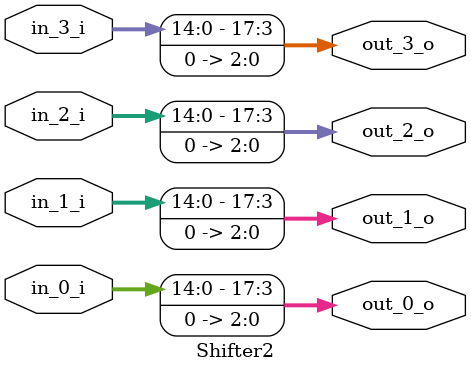
<source format=sv>

`timescale 1 ns/1 ps

module Shifter2 #(
    parameter int SIZE = 18
)(
    input  logic [SIZE-1:0] in_0_i, in_1_i, in_2_i, in_3_i,
    output logic [SIZE-1:0] out_0_o, out_1_o, out_2_o, out_3_o
);

    // Shift left by 3 bits (radix-8)
    assign out_0_o = {in_0_i[SIZE-4:0], 3'b000};
    assign out_1_o = {in_1_i[SIZE-4:0], 3'b000};
    assign out_2_o = {in_2_i[SIZE-4:0], 3'b000};
    assign out_3_o = {in_3_i[SIZE-4:0], 3'b000};

endmodule

</source>
